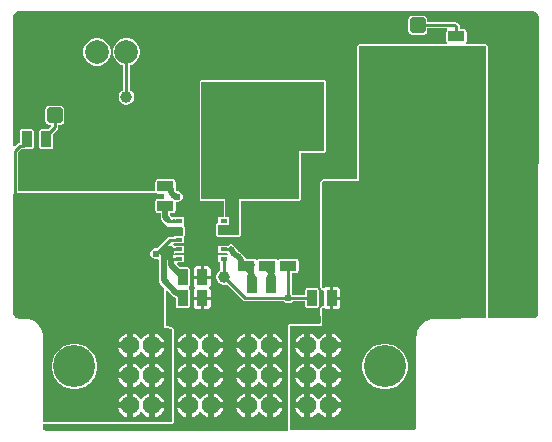
<source format=gbr>
%TF.GenerationSoftware,Altium Limited,Altium Designer,24.2.2 (26)*%
G04 Layer_Physical_Order=1*
G04 Layer_Color=255*
%FSLAX45Y45*%
%MOMM*%
%TF.SameCoordinates,E368293F-65CA-4DDE-B1C5-A9725366A021*%
%TF.FilePolarity,Positive*%
%TF.FileFunction,Copper,L1,Top,Signal*%
%TF.Part,Single*%
G01*
G75*
%TA.AperFunction,SMDPad,CuDef*%
%ADD10R,1.30000X1.30000*%
%ADD11R,4.60000X3.40000*%
G04:AMPARAMS|DCode=12|XSize=1.6mm|YSize=3mm|CornerRadius=0.12mm|HoleSize=0mm|Usage=FLASHONLY|Rotation=180.000|XOffset=0mm|YOffset=0mm|HoleType=Round|Shape=RoundedRectangle|*
%AMROUNDEDRECTD12*
21,1,1.60000,2.76000,0,0,180.0*
21,1,1.36000,3.00000,0,0,180.0*
1,1,0.24000,-0.68000,1.38000*
1,1,0.24000,0.68000,1.38000*
1,1,0.24000,0.68000,-1.38000*
1,1,0.24000,-0.68000,-1.38000*
%
%ADD12ROUNDEDRECTD12*%
G04:AMPARAMS|DCode=13|XSize=1.4mm|YSize=0.9mm|CornerRadius=0.0675mm|HoleSize=0mm|Usage=FLASHONLY|Rotation=270.000|XOffset=0mm|YOffset=0mm|HoleType=Round|Shape=RoundedRectangle|*
%AMROUNDEDRECTD13*
21,1,1.40000,0.76500,0,0,270.0*
21,1,1.26500,0.90000,0,0,270.0*
1,1,0.13500,-0.38250,-0.63250*
1,1,0.13500,-0.38250,0.63250*
1,1,0.13500,0.38250,0.63250*
1,1,0.13500,0.38250,-0.63250*
%
%ADD13ROUNDEDRECTD13*%
G04:AMPARAMS|DCode=14|XSize=1.4mm|YSize=0.9mm|CornerRadius=0.0675mm|HoleSize=0mm|Usage=FLASHONLY|Rotation=0.000|XOffset=0mm|YOffset=0mm|HoleType=Round|Shape=RoundedRectangle|*
%AMROUNDEDRECTD14*
21,1,1.40000,0.76500,0,0,0.0*
21,1,1.26500,0.90000,0,0,0.0*
1,1,0.13500,0.63250,-0.38250*
1,1,0.13500,-0.63250,-0.38250*
1,1,0.13500,-0.63250,0.38250*
1,1,0.13500,0.63250,0.38250*
%
%ADD14ROUNDEDRECTD14*%
%ADD15C,1.00000*%
%ADD16R,3.30000X3.17500*%
G04:AMPARAMS|DCode=17|XSize=1.3mm|YSize=1.3mm|CornerRadius=0.13mm|HoleSize=0mm|Usage=FLASHONLY|Rotation=180.000|XOffset=0mm|YOffset=0mm|HoleType=Round|Shape=RoundedRectangle|*
%AMROUNDEDRECTD17*
21,1,1.30000,1.04000,0,0,180.0*
21,1,1.04000,1.30000,0,0,180.0*
1,1,0.26000,-0.52000,0.52000*
1,1,0.26000,0.52000,0.52000*
1,1,0.26000,0.52000,-0.52000*
1,1,0.26000,-0.52000,-0.52000*
%
%ADD17ROUNDEDRECTD17*%
%ADD18R,2.60000X3.00000*%
%ADD19R,0.60000X0.30000*%
G04:AMPARAMS|DCode=20|XSize=1.6mm|YSize=3mm|CornerRadius=0.12mm|HoleSize=0mm|Usage=FLASHONLY|Rotation=270.000|XOffset=0mm|YOffset=0mm|HoleType=Round|Shape=RoundedRectangle|*
%AMROUNDEDRECTD20*
21,1,1.60000,2.76000,0,0,270.0*
21,1,1.36000,3.00000,0,0,270.0*
1,1,0.24000,-1.38000,-0.68000*
1,1,0.24000,-1.38000,0.68000*
1,1,0.24000,1.38000,0.68000*
1,1,0.24000,1.38000,-0.68000*
%
%ADD20ROUNDEDRECTD20*%
%TA.AperFunction,Conductor*%
%ADD21C,0.25400*%
%ADD22C,0.50000*%
%ADD23C,0.50800*%
%TA.AperFunction,ComponentPad*%
%ADD24C,2.54000*%
%ADD25C,2.00000*%
%ADD26C,3.56000*%
%ADD27C,1.56000*%
%TA.AperFunction,ViaPad*%
%ADD28C,1.27000*%
%ADD29C,0.60960*%
%ADD30C,0.71120*%
G36*
X4615180Y945492D02*
X4183121Y943333D01*
X4181985Y943101D01*
X4180837Y943271D01*
X4170879Y942782D01*
X4167156Y941849D01*
X4163317D01*
X4143783Y937964D01*
X4139069Y936012D01*
X4134066Y935016D01*
X4115665Y927395D01*
X4111424Y924561D01*
X4106711Y922608D01*
X4090150Y911543D01*
X4086543Y907936D01*
X4082301Y905102D01*
X4068218Y891018D01*
X4065385Y886777D01*
X4061777Y883169D01*
X4050711Y866609D01*
X4048759Y861895D01*
X4045925Y857654D01*
X4038303Y839253D01*
X4037308Y834250D01*
X4035356Y829537D01*
X4031470Y810002D01*
Y806163D01*
X4030538Y802440D01*
X4030049Y792482D01*
X4030238Y791206D01*
X4029986Y789940D01*
Y35735D01*
X4028072Y26112D01*
X4024317Y17047D01*
X4018867Y8891D01*
X4011929Y1952D01*
X4009007Y0D01*
X2969260D01*
X2959100Y10160D01*
Y883920D01*
X3222679D01*
X3231796Y883919D01*
X3234333Y886457D01*
X3234316Y895576D01*
X3234075Y1031264D01*
X3246768Y1035127D01*
X3249411Y1031171D01*
X3260046Y1024066D01*
X3272590Y1021570D01*
X3298140D01*
Y1117600D01*
Y1213630D01*
X3272590D01*
X3260046Y1211134D01*
X3249411Y1204029D01*
X3246475Y1199635D01*
X3233768Y1203477D01*
X3232175Y2099223D01*
X3241147Y2108211D01*
X3543300Y2108197D01*
Y3251200D01*
X4615180D01*
Y945492D01*
D02*
G37*
G36*
X1987565Y1755665D02*
X1987311Y1756044D01*
X1986549Y1756383D01*
X1985279Y1756682D01*
X1983501Y1756942D01*
X1978421Y1757341D01*
X1962165Y1757660D01*
Y1783060D01*
X1966991Y1783080D01*
X1986549Y1784337D01*
X1987311Y1784676D01*
X1987565Y1785055D01*
Y1755665D01*
D02*
G37*
G36*
X1833170Y2004736D02*
X1841750Y2003029D01*
X1892300D01*
Y1959371D01*
X1841750D01*
X1833170Y1957664D01*
X1825896Y1952804D01*
X1821036Y1945530D01*
X1819329Y1936950D01*
Y1860450D01*
X1821036Y1851870D01*
X1825896Y1844596D01*
X1833170Y1839736D01*
X1841750Y1838029D01*
X1863564D01*
Y1803400D01*
X1866718Y1787543D01*
X1875700Y1774100D01*
X1927680Y1722120D01*
X2043672D01*
X2052608Y1713095D01*
X2051943Y1645920D01*
X1973391D01*
X1966319Y1638847D01*
X1941247D01*
X1941246Y1638848D01*
X1930344Y1636679D01*
X1921102Y1630504D01*
X1829146Y1538548D01*
X1814620D01*
X1797816Y1531587D01*
X1784955Y1518726D01*
X1777994Y1501922D01*
Y1483734D01*
X1784955Y1466930D01*
X1797816Y1454068D01*
X1814620Y1447108D01*
X1832808D01*
X1838972Y1449661D01*
X1849532Y1442605D01*
Y1268886D01*
X1852655Y1253185D01*
X1861549Y1239875D01*
X1894840Y1206583D01*
Y857250D01*
X1901190Y863600D01*
X1931456D01*
X1933396Y860696D01*
X1940670Y855836D01*
X1949250Y854129D01*
X1960880D01*
Y68580D01*
X867134D01*
Y788638D01*
X867073Y788943D01*
X867690Y793102D01*
X867200Y803060D01*
X866268Y806783D01*
Y810621D01*
X862382Y830156D01*
X860430Y834869D01*
X859435Y839872D01*
X851813Y858273D01*
X848979Y862515D01*
X847027Y867228D01*
X835961Y883788D01*
X832354Y887396D01*
X829520Y891637D01*
X815437Y905720D01*
X811196Y908554D01*
X807588Y912162D01*
X791028Y923227D01*
X786314Y925180D01*
X782073Y928014D01*
X763672Y935635D01*
X758669Y936631D01*
X753955Y938583D01*
X734421Y942468D01*
X730582D01*
X726859Y943401D01*
X716901Y943890D01*
X715624Y943701D01*
X714358Y943953D01*
X661194D01*
X651572Y945867D01*
X642508Y949621D01*
X634352Y955071D01*
X627415Y962008D01*
X621965Y970165D01*
X618211Y979228D01*
X616297Y988850D01*
Y993755D01*
X616295Y993762D01*
X616297Y993768D01*
X616047Y1997619D01*
X625026Y2006600D01*
X1830380D01*
X1833170Y2004736D01*
D02*
G37*
G36*
X5008849Y3549926D02*
X5008865Y3549929D01*
X5008880Y3549926D01*
X5014292D01*
X5024908Y3547814D01*
X5034907Y3543672D01*
X5043908Y3537658D01*
X5051562Y3530005D01*
X5057576Y3521004D01*
X5061718Y3511005D01*
X5063829Y3500388D01*
Y3495031D01*
X5061213Y991354D01*
X5061218Y991327D01*
X5061213Y991300D01*
Y986987D01*
X5059530Y978525D01*
X5056228Y970554D01*
X5051435Y963381D01*
X5045334Y957279D01*
X5038161Y952486D01*
X5030190Y949185D01*
X5021729Y947502D01*
X5017414D01*
X5017285Y947476D01*
X5017156Y947501D01*
X4640679Y945620D01*
X4631676Y954577D01*
Y3251200D01*
X4626844Y3262864D01*
X4615180Y3267696D01*
X4452953D01*
X4449365Y3276151D01*
X4448438Y3280396D01*
X4452764Y3286870D01*
X4454471Y3295450D01*
Y3371950D01*
X4452764Y3380530D01*
X4447904Y3387804D01*
X4440630Y3392664D01*
X4432050Y3394371D01*
X4397287D01*
Y3414121D01*
X4395119Y3425023D01*
X4388944Y3434265D01*
X4388943Y3434265D01*
X4374065Y3449144D01*
X4364823Y3455319D01*
X4353921Y3457488D01*
X4353920Y3457487D01*
X4122793D01*
Y3481000D01*
X4120601Y3492019D01*
X4114360Y3501360D01*
X4105019Y3507601D01*
X4094000Y3509793D01*
X3990000D01*
X3978981Y3507601D01*
X3969640Y3501360D01*
X3963399Y3492019D01*
X3961207Y3481000D01*
Y3377000D01*
X3963399Y3365981D01*
X3969640Y3356640D01*
X3978981Y3350399D01*
X3990000Y3348207D01*
X4094000D01*
X4105019Y3350399D01*
X4114360Y3356640D01*
X4120601Y3365981D01*
X4122793Y3377000D01*
Y3400513D01*
X4285857D01*
X4289709Y3387813D01*
X4289696Y3387804D01*
X4284836Y3380530D01*
X4283129Y3371950D01*
Y3295450D01*
X4284836Y3286870D01*
X4289162Y3280396D01*
X4288235Y3276151D01*
X4284647Y3267696D01*
X3543300D01*
X3531636Y3262864D01*
X3526804Y3251200D01*
Y2133674D01*
X3517824Y2124694D01*
X3241148Y2124707D01*
X3241140Y2124703D01*
X3241133Y2124706D01*
X3235324Y2122294D01*
X3229484Y2119876D01*
X3229480Y2119869D01*
X3229473Y2119865D01*
X3220500Y2110877D01*
X3220497Y2110870D01*
X3220490Y2110866D01*
X3218021Y2104876D01*
X3215679Y2099209D01*
X3215682Y2099202D01*
X3215679Y2099194D01*
X3217273Y1203448D01*
X3218827Y1199713D01*
X3219227Y1195688D01*
X3221163Y1194103D01*
X3222125Y1191792D01*
X3225865Y1190251D01*
X3228994Y1187688D01*
X3241701Y1183845D01*
X3250096Y1173406D01*
X3250169Y1171588D01*
Y1063232D01*
X3250144Y1061558D01*
X3241965Y1050908D01*
X3229272Y1047045D01*
X3226137Y1044467D01*
X3222390Y1042907D01*
X3221442Y1040607D01*
X3219520Y1039027D01*
X3219126Y1034988D01*
X3217579Y1031235D01*
X3217796Y909404D01*
X3208824Y900416D01*
X2959100D01*
X2947436Y895584D01*
X2942604Y883920D01*
Y10160D01*
X2945688Y2715D01*
X2939328Y-9990D01*
X910348Y-11596D01*
X906128D01*
X897772Y-9934D01*
X889899Y-6673D01*
X882816Y-1940D01*
X876791Y4085D01*
X872056Y11170D01*
X868796Y19041D01*
X867134Y27398D01*
Y52084D01*
X1960880D01*
X1972544Y56916D01*
X1977376Y68580D01*
Y854129D01*
X1972544Y865794D01*
X1960880Y870625D01*
X1950874D01*
X1947106Y871375D01*
X1945289Y872589D01*
X1945171Y872765D01*
X1943766Y873703D01*
X1943120Y875264D01*
X1938674Y877106D01*
X1934674Y879779D01*
X1933017Y879449D01*
X1931456Y880096D01*
X1911336D01*
Y1173494D01*
X1923069Y1178354D01*
X1968134Y1133289D01*
X1981445Y1124395D01*
X1986984Y1123293D01*
X1990429Y1119848D01*
Y1054350D01*
X1992136Y1045770D01*
X1996996Y1038496D01*
X2004270Y1033636D01*
X2012850Y1031929D01*
X2089350D01*
X2097930Y1033636D01*
X2105204Y1038496D01*
X2110064Y1045770D01*
X2111771Y1054350D01*
Y1180850D01*
X2110064Y1189430D01*
X2105204Y1196704D01*
X2101102Y1199444D01*
X2100342Y1202320D01*
Y1210680D01*
X2101102Y1213556D01*
X2105204Y1216296D01*
X2110064Y1223570D01*
X2111771Y1232150D01*
Y1358650D01*
X2110064Y1367230D01*
X2105204Y1374504D01*
X2097930Y1379364D01*
X2089350Y1381071D01*
X2029352D01*
X2003003Y1407420D01*
X2008263Y1420120D01*
X2062500D01*
Y1480600D01*
X1978655D01*
X1973969Y1491878D01*
X1981913Y1500120D01*
X2062500D01*
Y1560600D01*
X1981693D01*
X1970221Y1568265D01*
X1973598Y1580120D01*
X2062500D01*
Y1633742D01*
X2063491Y1634141D01*
X2063525Y1634222D01*
X2063607Y1634256D01*
X2065994Y1640019D01*
X2068438Y1645757D01*
X2069103Y1712932D01*
X2069086Y1712973D01*
X2069103Y1713014D01*
X2066723Y1718842D01*
X2064387Y1724643D01*
X2064346Y1724661D01*
X2064330Y1724702D01*
X2061638Y1727420D01*
X2062500Y1740120D01*
X2062500Y1740120D01*
Y1800600D01*
X1989861D01*
X1987565Y1801551D01*
X1986015Y1800909D01*
X1984370Y1801238D01*
X1972020Y1800600D01*
X1960776Y1805689D01*
X1959700Y1807300D01*
X1946436Y1820564D01*
Y1838029D01*
X1968250D01*
X1976830Y1839736D01*
X1984104Y1844596D01*
X1988964Y1851870D01*
X1990671Y1860450D01*
Y1926491D01*
X1995102Y1929453D01*
X2013291D01*
X2030095Y1936413D01*
X2042956Y1949274D01*
X2049916Y1966078D01*
Y1984267D01*
X2042956Y2001071D01*
X2030095Y2013932D01*
X2013291Y2020893D01*
X2004841D01*
X2003415Y2021845D01*
X1998412Y2022841D01*
X1991029Y2030224D01*
Y2043700D01*
X1990671Y2045499D01*
Y2101950D01*
X1988964Y2110530D01*
X1984104Y2117804D01*
X1976830Y2122664D01*
X1968250Y2124371D01*
X1841750D01*
X1833170Y2122664D01*
X1825896Y2117804D01*
X1821036Y2110530D01*
X1819329Y2101950D01*
Y2025450D01*
X1817397Y2023096D01*
X656489D01*
Y2349701D01*
X685036Y2378249D01*
X691449D01*
X692050Y2378129D01*
X768550D01*
X777130Y2379836D01*
X784404Y2384696D01*
X789264Y2391970D01*
X790971Y2400550D01*
Y2527050D01*
X789264Y2535630D01*
X784404Y2542904D01*
X777130Y2547764D01*
X768550Y2549471D01*
X692050D01*
X683470Y2547764D01*
X676196Y2542904D01*
X671336Y2535630D01*
X669629Y2527050D01*
Y2434506D01*
X662335Y2433055D01*
X653093Y2426880D01*
X653092Y2426879D01*
X627679Y2401467D01*
X615945Y2406325D01*
X615674Y3497593D01*
Y3502992D01*
X617785Y3513607D01*
X621928Y3523608D01*
X627941Y3532608D01*
X635595Y3540262D01*
X644595Y3546275D01*
X654596Y3550418D01*
X665212Y3552530D01*
X670593D01*
X5008849Y3549926D01*
D02*
G37*
%LPC*%
G36*
X3349090Y1213630D02*
X3323540D01*
Y1130300D01*
X3381870D01*
Y1180850D01*
X3379374Y1193394D01*
X3372269Y1204029D01*
X3361634Y1211134D01*
X3349090Y1213630D01*
D02*
G37*
G36*
X3381870Y1104900D02*
X3323540D01*
Y1021570D01*
X3349090D01*
X3361634Y1024066D01*
X3372269Y1031171D01*
X3379374Y1041806D01*
X3381870Y1054350D01*
Y1104900D01*
D02*
G37*
G36*
X3267310Y817042D02*
X3252799Y813153D01*
X3229221Y799540D01*
X3209970Y780289D01*
X3205060Y771786D01*
X3192360D01*
X3187451Y780289D01*
X3168199Y799540D01*
X3144621Y813153D01*
X3130110Y817042D01*
Y716800D01*
Y616558D01*
X3144621Y620447D01*
X3168199Y634059D01*
X3187451Y653311D01*
X3192360Y661814D01*
X3205060D01*
X3209970Y653311D01*
X3229221Y634059D01*
X3252799Y620447D01*
X3267310Y616558D01*
Y716800D01*
Y817042D01*
D02*
G37*
G36*
X3318110D02*
Y742200D01*
X3392952D01*
X3389064Y756711D01*
X3375451Y780289D01*
X3356199Y799540D01*
X3332621Y813153D01*
X3318110Y817042D01*
D02*
G37*
G36*
X3079310D02*
X3064799Y813153D01*
X3041221Y799540D01*
X3021970Y780289D01*
X3008357Y756711D01*
X3004468Y742200D01*
X3079310D01*
Y817042D01*
D02*
G37*
G36*
X3392952Y691400D02*
X3318110D01*
Y616558D01*
X3332621Y620447D01*
X3356199Y634059D01*
X3375451Y653311D01*
X3389064Y676889D01*
X3392952Y691400D01*
D02*
G37*
G36*
X3079310D02*
X3004468D01*
X3008357Y676889D01*
X3021970Y653311D01*
X3041221Y634059D01*
X3064799Y620447D01*
X3079310Y616558D01*
Y691400D01*
D02*
G37*
G36*
X3267310Y563042D02*
X3252799Y559153D01*
X3229221Y545540D01*
X3209970Y526289D01*
X3205060Y517786D01*
X3192360D01*
X3187451Y526289D01*
X3168199Y545540D01*
X3144621Y559153D01*
X3130110Y563042D01*
Y462800D01*
Y362558D01*
X3144621Y366447D01*
X3168199Y380059D01*
X3187451Y399311D01*
X3192360Y407814D01*
X3205060D01*
X3209970Y399311D01*
X3229221Y380059D01*
X3252799Y366447D01*
X3267310Y362558D01*
Y462800D01*
Y563042D01*
D02*
G37*
G36*
X3318110D02*
Y488200D01*
X3392952D01*
X3389064Y502711D01*
X3375451Y526289D01*
X3356199Y545540D01*
X3332621Y559153D01*
X3318110Y563042D01*
D02*
G37*
G36*
X3079310D02*
X3064799Y559153D01*
X3041221Y545540D01*
X3021970Y526289D01*
X3008357Y502711D01*
X3004468Y488200D01*
X3079310D01*
Y563042D01*
D02*
G37*
G36*
X3392952Y437400D02*
X3318110D01*
Y362558D01*
X3332621Y366447D01*
X3356199Y380059D01*
X3375451Y399311D01*
X3389064Y422889D01*
X3392952Y437400D01*
D02*
G37*
G36*
X3079310D02*
X3004468D01*
X3008357Y422889D01*
X3021970Y399311D01*
X3041221Y380059D01*
X3064799Y366447D01*
X3079310Y362558D01*
Y437400D01*
D02*
G37*
G36*
X3781742Y732040D02*
X3743678D01*
X3706344Y724614D01*
X3671177Y710047D01*
X3639527Y688899D01*
X3612611Y661983D01*
X3591463Y630334D01*
X3576896Y595166D01*
X3569470Y557833D01*
Y519768D01*
X3576896Y482434D01*
X3591463Y447267D01*
X3612611Y415617D01*
X3639527Y388701D01*
X3671177Y367553D01*
X3706344Y352986D01*
X3743678Y345560D01*
X3781742D01*
X3819076Y352986D01*
X3854243Y367553D01*
X3885893Y388701D01*
X3912809Y415617D01*
X3933957Y447267D01*
X3948524Y482434D01*
X3955950Y519768D01*
Y557833D01*
X3948524Y595166D01*
X3933957Y630334D01*
X3912809Y661983D01*
X3885893Y688899D01*
X3854243Y710047D01*
X3819076Y724614D01*
X3781742Y732040D01*
D02*
G37*
G36*
X3267310Y309042D02*
X3252799Y305153D01*
X3229221Y291540D01*
X3209970Y272289D01*
X3205060Y263786D01*
X3192360D01*
X3187451Y272289D01*
X3168199Y291540D01*
X3144621Y305153D01*
X3130110Y309042D01*
Y208800D01*
Y108558D01*
X3144621Y112447D01*
X3168199Y126059D01*
X3187451Y145311D01*
X3192360Y153814D01*
X3205060D01*
X3209970Y145311D01*
X3229221Y126059D01*
X3252799Y112447D01*
X3267310Y108558D01*
Y208800D01*
Y309042D01*
D02*
G37*
G36*
X3318110D02*
Y234200D01*
X3392952D01*
X3389064Y248711D01*
X3375451Y272289D01*
X3356199Y291540D01*
X3332621Y305153D01*
X3318110Y309042D01*
D02*
G37*
G36*
X3079310D02*
X3064799Y305153D01*
X3041221Y291540D01*
X3021970Y272289D01*
X3008357Y248711D01*
X3004468Y234200D01*
X3079310D01*
Y309042D01*
D02*
G37*
G36*
X3392952Y183400D02*
X3318110D01*
Y108558D01*
X3332621Y112447D01*
X3356199Y126059D01*
X3375451Y145311D01*
X3389064Y168889D01*
X3392952Y183400D01*
D02*
G37*
G36*
X3079310D02*
X3004468D01*
X3008357Y168889D01*
X3021970Y145311D01*
X3041221Y126059D01*
X3064799Y112447D01*
X3079310Y108558D01*
Y183400D01*
D02*
G37*
G36*
X1767310Y817042D02*
X1752799Y813153D01*
X1729221Y799540D01*
X1709970Y780289D01*
X1705060Y771786D01*
X1692360D01*
X1687451Y780289D01*
X1668199Y799540D01*
X1644621Y813153D01*
X1630110Y817042D01*
Y716800D01*
Y616558D01*
X1644621Y620447D01*
X1668199Y634059D01*
X1687451Y653311D01*
X1692360Y661814D01*
X1705060D01*
X1709970Y653311D01*
X1729221Y634059D01*
X1752799Y620447D01*
X1767310Y616558D01*
Y716800D01*
Y817042D01*
D02*
G37*
G36*
X1818110D02*
Y742200D01*
X1892952D01*
X1889064Y756711D01*
X1875451Y780289D01*
X1856199Y799540D01*
X1832621Y813153D01*
X1818110Y817042D01*
D02*
G37*
G36*
X1579310D02*
X1564799Y813153D01*
X1541221Y799540D01*
X1521970Y780289D01*
X1508357Y756711D01*
X1504468Y742200D01*
X1579310D01*
Y817042D01*
D02*
G37*
G36*
X1892952Y691400D02*
X1818110D01*
Y616558D01*
X1832621Y620447D01*
X1856199Y634059D01*
X1875451Y653311D01*
X1889064Y676889D01*
X1892952Y691400D01*
D02*
G37*
G36*
X1579310D02*
X1504468D01*
X1508357Y676889D01*
X1521970Y653311D01*
X1541221Y634059D01*
X1564799Y620447D01*
X1579310Y616558D01*
Y691400D01*
D02*
G37*
G36*
X1767310Y563042D02*
X1752799Y559153D01*
X1729221Y545540D01*
X1709970Y526289D01*
X1705060Y517786D01*
X1692360D01*
X1687451Y526289D01*
X1668199Y545540D01*
X1644621Y559153D01*
X1630110Y563042D01*
Y462800D01*
Y362558D01*
X1644621Y366447D01*
X1668199Y380059D01*
X1687451Y399311D01*
X1692360Y407814D01*
X1705060D01*
X1709970Y399311D01*
X1729221Y380059D01*
X1752799Y366447D01*
X1767310Y362558D01*
Y462800D01*
Y563042D01*
D02*
G37*
G36*
X1818110D02*
Y488200D01*
X1892952D01*
X1889064Y502711D01*
X1875451Y526289D01*
X1856199Y545540D01*
X1832621Y559153D01*
X1818110Y563042D01*
D02*
G37*
G36*
X1579310D02*
X1564799Y559153D01*
X1541221Y545540D01*
X1521970Y526289D01*
X1508357Y502711D01*
X1504468Y488200D01*
X1579310D01*
Y563042D01*
D02*
G37*
G36*
X1892952Y437400D02*
X1818110D01*
Y362558D01*
X1832621Y366447D01*
X1856199Y380059D01*
X1875451Y399311D01*
X1889064Y422889D01*
X1892952Y437400D01*
D02*
G37*
G36*
X1579310D02*
X1504468D01*
X1508357Y422889D01*
X1521970Y399311D01*
X1541221Y380059D01*
X1564799Y366447D01*
X1579310Y362558D01*
Y437400D01*
D02*
G37*
G36*
X1153743Y732040D02*
X1115678D01*
X1078344Y724614D01*
X1043177Y710047D01*
X1011527Y688899D01*
X984611Y661983D01*
X963463Y630334D01*
X948897Y595166D01*
X941470Y557833D01*
Y519768D01*
X948897Y482434D01*
X963463Y447267D01*
X984611Y415617D01*
X1011527Y388701D01*
X1043177Y367553D01*
X1078344Y352986D01*
X1115678Y345560D01*
X1153743D01*
X1191076Y352986D01*
X1226244Y367553D01*
X1257893Y388701D01*
X1284809Y415617D01*
X1305957Y447267D01*
X1320524Y482434D01*
X1327950Y519768D01*
Y557833D01*
X1320524Y595166D01*
X1305957Y630334D01*
X1284809Y661983D01*
X1257893Y688899D01*
X1226244Y710047D01*
X1191076Y724614D01*
X1153743Y732040D01*
D02*
G37*
G36*
X1767310Y309042D02*
X1752799Y305153D01*
X1729221Y291540D01*
X1709970Y272289D01*
X1705060Y263786D01*
X1692360D01*
X1687451Y272289D01*
X1668199Y291540D01*
X1644621Y305153D01*
X1630110Y309042D01*
Y208800D01*
Y108558D01*
X1644621Y112447D01*
X1668199Y126059D01*
X1687451Y145311D01*
X1692360Y153814D01*
X1705060D01*
X1709970Y145311D01*
X1729221Y126059D01*
X1752799Y112447D01*
X1767310Y108558D01*
Y208800D01*
Y309042D01*
D02*
G37*
G36*
X1818110D02*
Y234200D01*
X1892952D01*
X1889064Y248711D01*
X1875451Y272289D01*
X1856199Y291540D01*
X1832621Y305153D01*
X1818110Y309042D01*
D02*
G37*
G36*
X1579310D02*
X1564799Y305153D01*
X1541221Y291540D01*
X1521970Y272289D01*
X1508357Y248711D01*
X1504468Y234200D01*
X1579310D01*
Y309042D01*
D02*
G37*
G36*
X1892952Y183400D02*
X1818110D01*
Y108558D01*
X1832621Y112447D01*
X1856199Y126059D01*
X1875451Y145311D01*
X1889064Y168889D01*
X1892952Y183400D01*
D02*
G37*
G36*
X1579310D02*
X1504468D01*
X1508357Y168889D01*
X1521970Y145311D01*
X1541221Y126059D01*
X1564799Y112447D01*
X1579310Y108558D01*
Y183400D01*
D02*
G37*
G36*
X1339972Y3315640D02*
X1309628D01*
X1280319Y3307787D01*
X1254041Y3292615D01*
X1232585Y3271159D01*
X1217413Y3244881D01*
X1209560Y3215572D01*
Y3185228D01*
X1217413Y3155919D01*
X1232585Y3129641D01*
X1254041Y3108185D01*
X1280319Y3093013D01*
X1309628Y3085160D01*
X1339972D01*
X1369281Y3093013D01*
X1395559Y3108185D01*
X1417015Y3129641D01*
X1432187Y3155919D01*
X1440040Y3185228D01*
Y3215572D01*
X1432187Y3244881D01*
X1417015Y3271159D01*
X1395559Y3292615D01*
X1369281Y3307787D01*
X1339972Y3315640D01*
D02*
G37*
G36*
X1589972D02*
X1559628D01*
X1530319Y3307787D01*
X1504041Y3292615D01*
X1482585Y3271159D01*
X1467413Y3244881D01*
X1459560Y3215572D01*
Y3185228D01*
X1467413Y3155919D01*
X1482585Y3129641D01*
X1504041Y3108185D01*
X1530319Y3093013D01*
X1546313Y3088728D01*
Y2878285D01*
X1534742Y2871605D01*
X1522595Y2859458D01*
X1514006Y2844582D01*
X1509560Y2827989D01*
Y2810811D01*
X1514006Y2794218D01*
X1522595Y2779342D01*
X1534742Y2767195D01*
X1549618Y2758606D01*
X1566211Y2754160D01*
X1583389D01*
X1599982Y2758606D01*
X1614858Y2767195D01*
X1627005Y2779342D01*
X1635594Y2794218D01*
X1640040Y2810811D01*
Y2827989D01*
X1635594Y2844582D01*
X1627005Y2859458D01*
X1614858Y2871605D01*
X1603287Y2878285D01*
Y3088728D01*
X1619281Y3093013D01*
X1645559Y3108185D01*
X1667015Y3129641D01*
X1682187Y3155919D01*
X1690040Y3185228D01*
Y3215572D01*
X1682187Y3244881D01*
X1667015Y3271159D01*
X1645559Y3292615D01*
X1619281Y3307787D01*
X1589972Y3315640D01*
D02*
G37*
G36*
X1020600Y2747793D02*
X916600D01*
X905581Y2745601D01*
X896240Y2739360D01*
X889999Y2730019D01*
X887807Y2719000D01*
Y2615000D01*
X889999Y2603981D01*
X896240Y2594640D01*
X905581Y2588399D01*
X916600Y2586207D01*
X939163D01*
X939719Y2573507D01*
X915683Y2549471D01*
X857050D01*
X848470Y2547764D01*
X841196Y2542904D01*
X836336Y2535630D01*
X834629Y2527050D01*
Y2400550D01*
X836336Y2391970D01*
X841196Y2384696D01*
X848470Y2379836D01*
X857050Y2378129D01*
X933550D01*
X942130Y2379836D01*
X949404Y2384696D01*
X954264Y2391970D01*
X955971Y2400550D01*
Y2509183D01*
X988744Y2541956D01*
X994919Y2551198D01*
X997088Y2562100D01*
X997087Y2562101D01*
Y2586207D01*
X1020600D01*
X1031619Y2588399D01*
X1040960Y2594640D01*
X1047201Y2603981D01*
X1049393Y2615000D01*
Y2719000D01*
X1047201Y2730019D01*
X1040960Y2739360D01*
X1031619Y2745601D01*
X1020600Y2747793D01*
D02*
G37*
G36*
X3251200Y2962896D02*
X2209800D01*
X2198136Y2958064D01*
X2193304Y2946400D01*
Y1955800D01*
X2198136Y1944136D01*
X2209800Y1939304D01*
X2396504D01*
Y1800600D01*
X2352020D01*
Y1756417D01*
X2340836Y1751784D01*
X2336004Y1740120D01*
Y1651000D01*
X2340836Y1639336D01*
X2352500Y1634504D01*
X2527300D01*
X2538964Y1639336D01*
X2543796Y1651000D01*
Y1939304D01*
X3035300D01*
X3046964Y1944136D01*
X3051796Y1955800D01*
Y2345704D01*
X3251200Y2345704D01*
X3262864Y2350536D01*
X3267696Y2362200D01*
X3267696Y2946400D01*
X3262864Y2958064D01*
X3251200Y2962896D01*
D02*
G37*
G36*
X2457440Y1571796D02*
X2441583Y1568642D01*
X2430327Y1561121D01*
X2430150Y1561238D01*
X2428505Y1560909D01*
X2426955Y1561551D01*
X2424659Y1560600D01*
X2352020D01*
Y1500120D01*
X2424659D01*
X2426955Y1499169D01*
X2431571Y1492318D01*
X2426813Y1482506D01*
X2425117Y1480600D01*
X2352020D01*
Y1420120D01*
X2368773D01*
Y1352530D01*
X2360242Y1347605D01*
X2348095Y1335458D01*
X2339506Y1320582D01*
X2335060Y1303989D01*
Y1286811D01*
X2339506Y1270218D01*
X2348095Y1255342D01*
X2360242Y1243195D01*
X2375118Y1234606D01*
X2391711Y1230160D01*
X2408889D01*
X2421794Y1233618D01*
X2557956Y1097457D01*
X2557956Y1097456D01*
X2567198Y1091281D01*
X2578100Y1089112D01*
X2578101Y1089113D01*
X2910230D01*
X2920502Y1078841D01*
X2937306Y1071880D01*
X2955494D01*
X2972298Y1078841D01*
X2982570Y1089113D01*
X3085169D01*
Y1054350D01*
X3086876Y1045770D01*
X3091736Y1038496D01*
X3099010Y1033636D01*
X3107590Y1031929D01*
X3184090D01*
X3192670Y1033636D01*
X3199944Y1038496D01*
X3204804Y1045770D01*
X3206511Y1054350D01*
Y1180850D01*
X3204804Y1189430D01*
X3199944Y1196704D01*
X3192670Y1201564D01*
X3184090Y1203271D01*
X3107590D01*
X3099010Y1201564D01*
X3091736Y1196704D01*
X3086876Y1189430D01*
X3085169Y1180850D01*
Y1146087D01*
X2982570D01*
X2974887Y1153770D01*
Y1330029D01*
X3009650D01*
X3018230Y1331736D01*
X3025504Y1336596D01*
X3030364Y1343870D01*
X3032071Y1352450D01*
Y1428950D01*
X3030364Y1437530D01*
X3025504Y1444804D01*
X3018230Y1449664D01*
X3009650Y1451371D01*
X2883150D01*
X2874570Y1449664D01*
X2867296Y1444804D01*
X2864556Y1440702D01*
X2861680Y1439942D01*
X2853320D01*
X2850444Y1440702D01*
X2847704Y1444804D01*
X2840430Y1449664D01*
X2831850Y1451371D01*
X2705350D01*
X2696770Y1449664D01*
X2689496Y1444804D01*
X2686756Y1440702D01*
X2683880Y1439942D01*
X2675520D01*
X2672644Y1440702D01*
X2669904Y1444804D01*
X2662630Y1449664D01*
X2654050Y1451371D01*
X2585435D01*
X2584482Y1456159D01*
X2575500Y1469602D01*
X2545742Y1499360D01*
X2532299Y1508342D01*
X2527230Y1509350D01*
X2519773Y1516807D01*
X2518442Y1523497D01*
X2509460Y1536940D01*
X2486740Y1559660D01*
X2473297Y1568642D01*
X2457440Y1571796D01*
D02*
G37*
G36*
X2254350Y1391430D02*
X2228800D01*
Y1308100D01*
X2287130D01*
Y1358650D01*
X2284634Y1371194D01*
X2277529Y1381829D01*
X2266894Y1388934D01*
X2254350Y1391430D01*
D02*
G37*
G36*
X2203400D02*
X2177850D01*
X2165306Y1388934D01*
X2154671Y1381829D01*
X2147565Y1371194D01*
X2145070Y1358650D01*
Y1308100D01*
X2203400D01*
Y1391430D01*
D02*
G37*
G36*
X2287130Y1282700D02*
X2216100D01*
X2145070D01*
Y1232150D01*
X2147565Y1219606D01*
X2154671Y1208971D01*
Y1204029D01*
X2147565Y1193394D01*
X2145070Y1180850D01*
Y1130300D01*
X2216100D01*
X2287130D01*
Y1180850D01*
X2284634Y1193394D01*
X2277529Y1204029D01*
Y1208971D01*
X2284634Y1219606D01*
X2287130Y1232150D01*
Y1282700D01*
D02*
G37*
G36*
Y1104900D02*
X2228800D01*
Y1021570D01*
X2254350D01*
X2266894Y1024066D01*
X2277529Y1031171D01*
X2284634Y1041806D01*
X2287130Y1054350D01*
Y1104900D01*
D02*
G37*
G36*
X2203400D02*
X2145070D01*
Y1054350D01*
X2147565Y1041806D01*
X2154671Y1031171D01*
X2165306Y1024066D01*
X2177850Y1021570D01*
X2203400D01*
Y1104900D01*
D02*
G37*
G36*
X2767310Y817042D02*
X2752799Y813153D01*
X2729221Y799540D01*
X2709970Y780289D01*
X2705060Y771786D01*
X2692360D01*
X2687451Y780289D01*
X2668199Y799540D01*
X2644621Y813153D01*
X2630110Y817042D01*
Y716800D01*
Y616558D01*
X2644621Y620447D01*
X2668199Y634059D01*
X2687451Y653311D01*
X2692360Y661814D01*
X2705060D01*
X2709970Y653311D01*
X2729221Y634059D01*
X2752799Y620447D01*
X2767310Y616558D01*
Y716800D01*
Y817042D01*
D02*
G37*
G36*
X2267310D02*
X2252799Y813153D01*
X2229221Y799540D01*
X2209970Y780289D01*
X2205060Y771786D01*
X2192360D01*
X2187451Y780289D01*
X2168199Y799540D01*
X2144621Y813153D01*
X2130110Y817042D01*
Y716800D01*
Y616558D01*
X2144621Y620447D01*
X2168199Y634059D01*
X2187451Y653311D01*
X2192360Y661814D01*
X2205060D01*
X2209970Y653311D01*
X2229221Y634059D01*
X2252799Y620447D01*
X2267310Y616558D01*
Y716800D01*
Y817042D01*
D02*
G37*
G36*
X2818110D02*
Y742200D01*
X2892952D01*
X2889064Y756711D01*
X2875451Y780289D01*
X2856199Y799540D01*
X2832621Y813153D01*
X2818110Y817042D01*
D02*
G37*
G36*
X2579310D02*
X2564799Y813153D01*
X2541221Y799540D01*
X2521970Y780289D01*
X2508357Y756711D01*
X2504468Y742200D01*
X2579310D01*
Y817042D01*
D02*
G37*
G36*
X2318110D02*
Y742200D01*
X2392952D01*
X2389064Y756711D01*
X2375451Y780289D01*
X2356199Y799540D01*
X2332621Y813153D01*
X2318110Y817042D01*
D02*
G37*
G36*
X2079310D02*
X2064799Y813153D01*
X2041221Y799540D01*
X2021970Y780289D01*
X2008357Y756711D01*
X2004468Y742200D01*
X2079310D01*
Y817042D01*
D02*
G37*
G36*
X2892952Y691400D02*
X2818110D01*
Y616558D01*
X2832621Y620447D01*
X2856199Y634059D01*
X2875451Y653311D01*
X2889064Y676889D01*
X2892952Y691400D01*
D02*
G37*
G36*
X2579310D02*
X2504468D01*
X2508357Y676889D01*
X2521970Y653311D01*
X2541221Y634059D01*
X2564799Y620447D01*
X2579310Y616558D01*
Y691400D01*
D02*
G37*
G36*
X2392952D02*
X2318110D01*
Y616558D01*
X2332621Y620447D01*
X2356199Y634059D01*
X2375451Y653311D01*
X2389064Y676889D01*
X2392952Y691400D01*
D02*
G37*
G36*
X2079310D02*
X2004468D01*
X2008357Y676889D01*
X2021970Y653311D01*
X2041221Y634059D01*
X2064799Y620447D01*
X2079310Y616558D01*
Y691400D01*
D02*
G37*
G36*
X2767310Y563042D02*
X2752799Y559153D01*
X2729221Y545540D01*
X2709970Y526289D01*
X2705060Y517786D01*
X2692360D01*
X2687451Y526289D01*
X2668199Y545540D01*
X2644621Y559153D01*
X2630110Y563042D01*
Y462800D01*
Y362558D01*
X2644621Y366447D01*
X2668199Y380059D01*
X2687451Y399311D01*
X2692360Y407814D01*
X2705060D01*
X2709970Y399311D01*
X2729221Y380059D01*
X2752799Y366447D01*
X2767310Y362558D01*
Y462800D01*
Y563042D01*
D02*
G37*
G36*
X2267310D02*
X2252799Y559153D01*
X2229221Y545540D01*
X2209970Y526289D01*
X2205060Y517786D01*
X2192360D01*
X2187451Y526289D01*
X2168199Y545540D01*
X2144621Y559153D01*
X2130110Y563042D01*
Y462800D01*
Y362558D01*
X2144621Y366447D01*
X2168199Y380059D01*
X2187451Y399311D01*
X2192360Y407814D01*
X2205060D01*
X2209970Y399311D01*
X2229221Y380059D01*
X2252799Y366447D01*
X2267310Y362558D01*
Y462800D01*
Y563042D01*
D02*
G37*
G36*
X2818110D02*
Y488200D01*
X2892952D01*
X2889064Y502711D01*
X2875451Y526289D01*
X2856199Y545540D01*
X2832621Y559153D01*
X2818110Y563042D01*
D02*
G37*
G36*
X2579310D02*
X2564799Y559153D01*
X2541221Y545540D01*
X2521970Y526289D01*
X2508357Y502711D01*
X2504468Y488200D01*
X2579310D01*
Y563042D01*
D02*
G37*
G36*
X2318110D02*
Y488200D01*
X2392952D01*
X2389064Y502711D01*
X2375451Y526289D01*
X2356199Y545540D01*
X2332621Y559153D01*
X2318110Y563042D01*
D02*
G37*
G36*
X2079310D02*
X2064799Y559153D01*
X2041221Y545540D01*
X2021970Y526289D01*
X2008357Y502711D01*
X2004468Y488200D01*
X2079310D01*
Y563042D01*
D02*
G37*
G36*
X2892952Y437400D02*
X2818110D01*
Y362558D01*
X2832621Y366447D01*
X2856199Y380059D01*
X2875451Y399311D01*
X2889064Y422889D01*
X2892952Y437400D01*
D02*
G37*
G36*
X2579310D02*
X2504468D01*
X2508357Y422889D01*
X2521970Y399311D01*
X2541221Y380059D01*
X2564799Y366447D01*
X2579310Y362558D01*
Y437400D01*
D02*
G37*
G36*
X2392952D02*
X2318110D01*
Y362558D01*
X2332621Y366447D01*
X2356199Y380059D01*
X2375451Y399311D01*
X2389064Y422889D01*
X2392952Y437400D01*
D02*
G37*
G36*
X2079310D02*
X2004468D01*
X2008357Y422889D01*
X2021970Y399311D01*
X2041221Y380059D01*
X2064799Y366447D01*
X2079310Y362558D01*
Y437400D01*
D02*
G37*
G36*
X2767310Y309042D02*
X2752799Y305153D01*
X2729221Y291540D01*
X2709970Y272289D01*
X2705060Y263786D01*
X2692360D01*
X2687451Y272289D01*
X2668199Y291540D01*
X2644621Y305153D01*
X2630110Y309042D01*
Y208800D01*
Y108558D01*
X2644621Y112447D01*
X2668199Y126059D01*
X2687451Y145311D01*
X2692360Y153814D01*
X2705060D01*
X2709970Y145311D01*
X2729221Y126059D01*
X2752799Y112447D01*
X2767310Y108558D01*
Y208800D01*
Y309042D01*
D02*
G37*
G36*
X2267310D02*
X2252799Y305153D01*
X2229221Y291540D01*
X2209970Y272289D01*
X2205060Y263786D01*
X2192360D01*
X2187451Y272289D01*
X2168199Y291540D01*
X2144621Y305153D01*
X2130110Y309042D01*
Y208800D01*
Y108558D01*
X2144621Y112447D01*
X2168199Y126059D01*
X2187451Y145311D01*
X2192360Y153814D01*
X2205060D01*
X2209970Y145311D01*
X2229221Y126059D01*
X2252799Y112447D01*
X2267310Y108558D01*
Y208800D01*
Y309042D01*
D02*
G37*
G36*
X2818110D02*
Y234200D01*
X2892952D01*
X2889064Y248711D01*
X2875451Y272289D01*
X2856199Y291540D01*
X2832621Y305153D01*
X2818110Y309042D01*
D02*
G37*
G36*
X2579310D02*
X2564799Y305153D01*
X2541221Y291540D01*
X2521970Y272289D01*
X2508357Y248711D01*
X2504468Y234200D01*
X2579310D01*
Y309042D01*
D02*
G37*
G36*
X2318110D02*
Y234200D01*
X2392952D01*
X2389064Y248711D01*
X2375451Y272289D01*
X2356199Y291540D01*
X2332621Y305153D01*
X2318110Y309042D01*
D02*
G37*
G36*
X2079310D02*
X2064799Y305153D01*
X2041221Y291540D01*
X2021970Y272289D01*
X2008357Y248711D01*
X2004468Y234200D01*
X2079310D01*
Y309042D01*
D02*
G37*
G36*
X2892952Y183400D02*
X2818110D01*
Y108558D01*
X2832621Y112447D01*
X2856199Y126059D01*
X2875451Y145311D01*
X2889064Y168889D01*
X2892952Y183400D01*
D02*
G37*
G36*
X2579310D02*
X2504468D01*
X2508357Y168889D01*
X2521970Y145311D01*
X2541221Y126059D01*
X2564799Y112447D01*
X2579310Y108558D01*
Y183400D01*
D02*
G37*
G36*
X2392952D02*
X2318110D01*
Y108558D01*
X2332621Y112447D01*
X2356199Y126059D01*
X2375451Y145311D01*
X2389064Y168889D01*
X2392952Y183400D01*
D02*
G37*
G36*
X2079310D02*
X2004468D01*
X2008357Y168889D01*
X2021970Y145311D01*
X2041221Y126059D01*
X2064799Y112447D01*
X2079310Y108558D01*
Y183400D01*
D02*
G37*
%LPD*%
G36*
X3251200Y2362200D02*
X3035300Y2362200D01*
Y1955800D01*
X2527300D01*
Y1651000D01*
X2352500D01*
Y1740120D01*
X2442500D01*
Y1800600D01*
X2413000D01*
Y1955800D01*
X2209800D01*
Y2946400D01*
X3251200D01*
X3251200Y2362200D01*
D02*
G37*
G36*
X2427209Y1544676D02*
X2427971Y1544337D01*
X2429241Y1544038D01*
X2431019Y1543778D01*
X2436099Y1543379D01*
X2452355Y1543060D01*
Y1517660D01*
X2447529Y1517640D01*
X2427971Y1516383D01*
X2427209Y1516044D01*
X2426955Y1515665D01*
Y1545055D01*
X2427209Y1544676D01*
D02*
G37*
G36*
X2652625Y1349600D02*
X2660121Y1349935D01*
X2658968Y1347674D01*
X2658058Y1344706D01*
X2657392Y1341030D01*
X2656969Y1336647D01*
X2656789Y1331557D01*
X2656810Y1330868D01*
X2658760Y1325371D01*
X2661195Y1319899D01*
X2663951Y1314910D01*
X2667030Y1310405D01*
X2670431Y1306385D01*
X2674153Y1302849D01*
X2678197Y1299796D01*
X2659079Y1299329D01*
X2659540Y1295496D01*
X2608319D01*
X2607918Y1298079D01*
X2590979Y1297665D01*
X2593653Y1302061D01*
X2595956Y1306690D01*
X2597888Y1311551D01*
X2599449Y1316646D01*
X2600638Y1321973D01*
X2601158Y1325503D01*
X2599972Y1328482D01*
X2596949Y1334080D01*
X2593550Y1338619D01*
X2589777Y1342099D01*
X2585629Y1344520D01*
X2581106Y1345881D01*
X2576209Y1346183D01*
X2601508Y1347315D01*
X2601016Y1352104D01*
X2652237D01*
X2652625Y1349600D01*
D02*
G37*
G36*
X2825809Y1347604D02*
X2836496Y1347804D01*
X2834445Y1345977D01*
X2832610Y1343386D01*
X2830990Y1340028D01*
X2829587Y1335904D01*
X2828399Y1331015D01*
X2827835Y1327729D01*
X2828500Y1324390D01*
X2830074Y1318824D01*
X2831999Y1313845D01*
X2834273Y1309453D01*
X2836898Y1305647D01*
X2839872Y1302428D01*
X2843196Y1299796D01*
X2825759D01*
X2825700Y1295079D01*
X2774900D01*
X2774778Y1299796D01*
X2757403D01*
X2760728Y1302428D01*
X2763702Y1305647D01*
X2766327Y1309453D01*
X2768601Y1313845D01*
X2770526Y1318824D01*
X2771947Y1323846D01*
X2770836Y1328013D01*
X2768550Y1333644D01*
X2765756Y1338234D01*
X2762454Y1341783D01*
X2758644Y1344291D01*
X2754326Y1345758D01*
X2749500Y1346183D01*
X2774770Y1346654D01*
X2774900Y1352521D01*
X2825700D01*
X2825809Y1347604D01*
D02*
G37*
D10*
X2057400Y2328600D02*
D03*
Y2514600D02*
D03*
D11*
X2452400Y2421600D02*
D03*
D12*
X4828200Y2235200D02*
D03*
X4468200D02*
D03*
X4828200Y2565400D02*
D03*
X4468200D02*
D03*
Y1905000D02*
D03*
X4828200D02*
D03*
D13*
X1987500Y939800D02*
D03*
X1822500D02*
D03*
X4540300Y2819400D02*
D03*
X4705300D02*
D03*
Y2997200D02*
D03*
X4540300D02*
D03*
X3310840Y1117600D02*
D03*
X3145840D02*
D03*
X2635300Y1231900D02*
D03*
X2800300D02*
D03*
X2216100Y1117600D02*
D03*
X2051100D02*
D03*
X730300Y2463800D02*
D03*
X895300D02*
D03*
X2216100Y1295400D02*
D03*
X2051100D02*
D03*
X4705300Y3175000D02*
D03*
X4540300D02*
D03*
D14*
X1727200Y2089100D02*
D03*
Y1924100D02*
D03*
X4368800Y3333700D02*
D03*
Y3168700D02*
D03*
X2768600Y1555700D02*
D03*
Y1390700D02*
D03*
X2590800Y1555700D02*
D03*
Y1390700D02*
D03*
X1905000Y2063700D02*
D03*
Y1898700D02*
D03*
X2946400Y1555700D02*
D03*
Y1390700D02*
D03*
D15*
X2362200Y2870200D02*
D03*
X2400300Y1295400D02*
D03*
X1574800Y2819400D02*
D03*
D16*
X2971800Y2664460D02*
D03*
X4114800D02*
D03*
D17*
X4042000Y3429000D02*
D03*
X3832000D02*
D03*
X968600Y2667000D02*
D03*
X758600D02*
D03*
D18*
X2207260Y1610360D02*
D03*
D19*
X2017260Y1770360D02*
D03*
Y1690360D02*
D03*
Y1610360D02*
D03*
Y1530360D02*
D03*
Y1450360D02*
D03*
X2397260Y1770360D02*
D03*
Y1690360D02*
D03*
Y1610360D02*
D03*
Y1530360D02*
D03*
Y1450360D02*
D03*
D20*
X812800Y1852000D02*
D03*
Y2212000D02*
D03*
X1143000Y1852000D02*
D03*
Y2212000D02*
D03*
X1473200Y1852000D02*
D03*
Y2212000D02*
D03*
D21*
X1574800Y2819400D02*
Y3200400D01*
X730300Y2439037D02*
Y2463800D01*
X628002Y1731659D02*
Y2361501D01*
X673236Y2406736D01*
X698000D01*
X730300Y2439037D01*
X628002Y1731659D02*
X752720Y1606940D01*
X4042000Y3429000D02*
X4353921D01*
X4368800Y3414121D01*
Y3333700D02*
Y3414121D01*
X1955800Y1442720D02*
X1963440Y1450360D01*
X1941246Y1610360D02*
X2017260D01*
X1823714Y1492828D02*
X1941246Y1610360D01*
X1963440Y1450360D02*
X2017260D01*
X1954520Y1530360D02*
X2017260D01*
X3143300Y1117600D02*
X3156000Y1130300D01*
X2946400Y1117600D02*
X3143300D01*
X752720Y1606940D02*
X806060D01*
X825500Y1587500D01*
X895300Y2488800D02*
X968600Y2562100D01*
X895300Y2463800D02*
Y2488800D01*
X968600Y2562100D02*
Y2667000D01*
X2946400Y1117600D02*
Y1390700D01*
X2405446Y1290254D02*
X2578100Y1117600D01*
X2946400D01*
X2397260Y1530360D02*
X2457440D01*
X2397260Y1336540D02*
X2413000Y1320800D01*
X2397260Y1336540D02*
Y1450360D01*
X1938040Y1770360D02*
X2017260D01*
X1930400Y1778000D02*
X1938040Y1770360D01*
X2035101Y1279401D02*
Y1311399D01*
Y1279401D02*
X2051100Y1295400D01*
D22*
X1950000Y2013230D02*
X1979290Y1983940D01*
X1987714D02*
X1991001Y1980653D01*
X1995751D02*
X2001231Y1975173D01*
X1950000Y2013230D02*
Y2043700D01*
X1979290Y1983940D02*
X1987714D01*
X1991001Y1980653D02*
X1995751D01*
X2001231Y1975173D02*
X2004196D01*
X1930000Y2063700D02*
X1950000Y2043700D01*
X1905000Y2063700D02*
X1930000D01*
X1890560Y1268886D02*
Y1469743D01*
X1955800Y1396600D02*
X2054860Y1297540D01*
X1955800Y1396600D02*
Y1442720D01*
X1890560Y1469743D02*
X1951177Y1530360D01*
X1954520D01*
X1890560Y1268886D02*
X1997146Y1162300D01*
X2006000D01*
X2051100Y1117200D01*
X2054860Y1272540D02*
Y1297540D01*
X2051100Y1092200D02*
Y1117200D01*
D23*
X2516442Y1470060D02*
X2546200Y1440302D01*
Y1410300D02*
Y1440302D01*
X2457440Y1530360D02*
X2480160Y1507640D01*
Y1497820D02*
X2507921Y1470060D01*
X2516442D01*
X2546200Y1410300D02*
X2559500Y1397000D01*
X2480160Y1497820D02*
Y1507640D01*
X2559500Y1397000D02*
X2634921D01*
X2800300Y1257300D02*
Y1397100D01*
X2794000Y1403400D02*
X2800300Y1397100D01*
X2625750Y1358900D02*
Y1387550D01*
Y1358900D02*
X2638450Y1260450D01*
X1905000Y1803400D02*
X1930400Y1778000D01*
X1905000Y1803400D02*
Y1898700D01*
D24*
X1295400Y2590800D02*
D03*
X2603500Y3111500D02*
D03*
X4064000Y1094740D02*
D03*
X825500Y1206500D02*
D03*
D25*
X1324800Y3200400D02*
D03*
X1574800D02*
D03*
X1824800D02*
D03*
D26*
X3762710Y538800D02*
D03*
X1134710D02*
D03*
D27*
X1792710Y208800D02*
D03*
X1604710D02*
D03*
X1792710Y462800D02*
D03*
X1604710D02*
D03*
X1792710Y716800D02*
D03*
X1604710D02*
D03*
X3292710Y208800D02*
D03*
X3104710D02*
D03*
X3292710Y462800D02*
D03*
X3104710D02*
D03*
X3292710Y716800D02*
D03*
X3104710D02*
D03*
X2792710Y208800D02*
D03*
X2604710D02*
D03*
X2792710Y462800D02*
D03*
X2604710D02*
D03*
X2792710Y716800D02*
D03*
X2604710D02*
D03*
X2292710Y208800D02*
D03*
X2104710D02*
D03*
X2292710Y462800D02*
D03*
X2104710D02*
D03*
X2292710Y716800D02*
D03*
X2104710D02*
D03*
D28*
X4883150Y3238500D02*
D03*
Y1333500D02*
D03*
X4724400Y1016000D02*
D03*
X3295650Y3238500D02*
D03*
X3454400Y2921000D02*
D03*
Y2286000D02*
D03*
X2978150Y3238500D02*
D03*
X3136900Y1651000D02*
D03*
X2819400Y1016000D02*
D03*
X2343150Y3238500D02*
D03*
X2501900Y1016000D02*
D03*
X2025650Y3238500D02*
D03*
X1866900Y2921000D02*
D03*
X1708150Y2603500D02*
D03*
X1866900Y2286000D02*
D03*
X1073150Y3238500D02*
D03*
X1231900Y2921000D02*
D03*
X755650Y3238500D02*
D03*
X914400Y2921000D02*
D03*
X1920869Y1500052D02*
D03*
X2336800Y2057400D02*
D03*
X4978400Y3098800D02*
D03*
Y2794000D02*
D03*
Y2057400D02*
D03*
Y2413000D02*
D03*
X4846398Y1143628D02*
D03*
X4839863Y1622919D02*
D03*
X4445000Y1079500D02*
D03*
Y1460500D02*
D03*
X4064000Y3048000D02*
D03*
X3683000D02*
D03*
X3810000Y127000D02*
D03*
X3556000D02*
D03*
X1333500Y190500D02*
D03*
X1016000D02*
D03*
X1587500Y952500D02*
D03*
X1206500D02*
D03*
X825500Y1587500D02*
D03*
X1206500D02*
D03*
Y1270000D02*
D03*
X1587500D02*
D03*
X3683000Y2667000D02*
D03*
X4064000Y2286000D02*
D03*
X3683000D02*
D03*
X4064000Y1841500D02*
D03*
Y1460500D02*
D03*
X3683000Y1841500D02*
D03*
Y1460500D02*
D03*
Y1016000D02*
D03*
X2895600Y2082800D02*
D03*
X2616200Y2057400D02*
D03*
Y2819400D02*
D03*
D29*
X2004196Y1975173D02*
D03*
X1823714Y1492828D02*
D03*
X2946400Y1117600D02*
D03*
X2463800Y1905000D02*
D03*
D30*
X2266460Y1508760D02*
D03*
X2142260D02*
D03*
X2266460Y1610360D02*
D03*
X2142260D02*
D03*
X2266460Y1711960D02*
D03*
X2142260D02*
D03*
%TF.MD5,b13cd39a760d2dadbfb5332a99e77676*%
M02*

</source>
